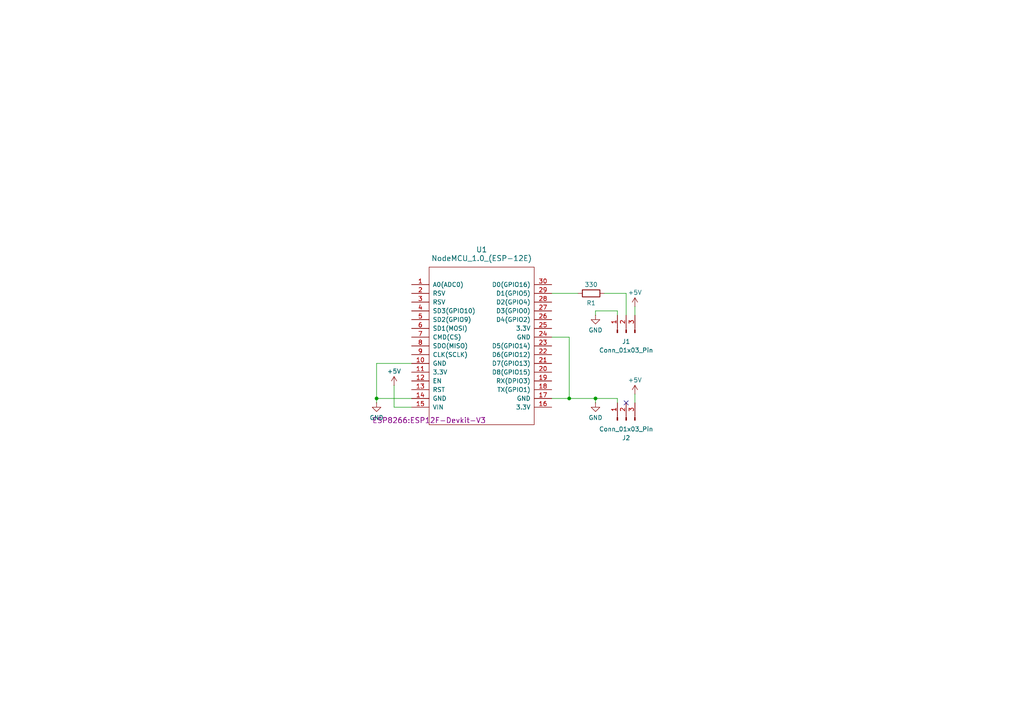
<source format=kicad_sch>
(kicad_sch (version 20231120) (generator "eeschema") (generator_version "8.0")
  (paper "A4")
  (lib_symbols
    (symbol "Connector:Conn_01x03_Pin" (pin_names (offset 1.016) hide)
      (property "Reference" "J" (at 0 5.08 0))
      (property "Value" "Conn_01x03_Pin" (at 0 -5.08 0))
      (symbol "Conn_01x03_Pin_1_1"
        (polyline (pts (xy 1.27 -2.54) (xy 0.8636 -2.54)) (stroke (width 0.1524)))
        (polyline (pts (xy 1.27 0) (xy 0.8636 0)) (stroke (width 0.1524)))
        (polyline (pts (xy 1.27 2.54) (xy 0.8636 2.54)) (stroke (width 0.1524)))
        (rectangle (start 0.8636 -2.413) (end 0 -2.667) (stroke (width 0.1524)) (fill (type outline)))
        (rectangle (start 0.8636 0.127) (end 0 -0.127) (stroke (width 0.1524)) (fill (type outline)))
        (rectangle (start 0.8636 2.667) (end 0 2.413) (stroke (width 0.1524)) (fill (type outline)))
        (pin passive line (at 5.08 2.54 180) (length 3.81) (name "Pin_1") (number "1"))
        (pin passive line (at 5.08 0 180) (length 3.81) (name "Pin_2") (number "2"))
        (pin passive line (at 5.08 -2.54 180) (length 3.81) (name "Pin_3") (number "3"))
      )
    )
    (symbol "Device:R" (pin_numbers hide) (pin_names (offset 0))
      (property "Reference" "R" (at 2.032 0 90))
      (property "Value" "R" (at 0 0 90))
      (symbol "R_0_1"
        (rectangle (start -1.016 -2.54) (end 1.016 2.54) (stroke (width 0.254)))
      )
      (symbol "R_1_1"
        (pin passive line (at 0 3.81 270) (length 1.27) (name "~") (number "1"))
        (pin passive line (at 0 -3.81 90) (length 1.27) (name "~") (number "2"))
      )
    )
    (symbol "ESP8266:NodeMCU_1.0_(ESP-12E)" (pin_names (offset 1.016))
      (property "Reference" "U" (at 0 21.59 0))
      (property "Value" "NodeMCU_1.0_(ESP-12E)" (at 0 -21.59 0))
      (symbol "NodeMCU_1.0_(ESP-12E)_0_1"
        (rectangle (start -15.24 -22.86) (end 15.24 22.86))
      )
      (symbol "NodeMCU_1.0_(ESP-12E)_1_1"
        (pin input line (at -20.32 17.78 0) (length 5.08) (name "A0(ADC0)") (number "1"))
        (pin input line (at -20.32 -5.08 0) (length 5.08) (name "GND") (number "10"))
        (pin power_out line (at -20.32 -7.62 0) (length 5.08) (name "3.3V") (number "11"))
        (pin input line (at -20.32 -10.16 0) (length 5.08) (name "EN") (number "12"))
        (pin input line (at -20.32 -12.7 0) (length 5.08) (name "RST") (number "13"))
        (pin power_in line (at -20.32 -15.24 0) (length 5.08) (name "GND") (number "14"))
        (pin power_in line (at -20.32 -17.78 0) (length 5.08) (name "VIN") (number "15"))
        (pin power_out line (at 20.32 -17.78 180) (length 5.08) (name "3.3V") (number "16"))
        (pin power_in line (at 20.32 -15.24 180) (length 5.08) (name "GND") (number "17"))
        (pin bidirectional line (at 20.32 -12.7 180) (length 5.08) (name "TX(GPIO1)") (number "18"))
        (pin bidirectional line (at 20.32 -10.16 180) (length 5.08) (name "RX(DPIO3)") (number "19"))
        (pin input line (at -20.32 15.24 0) (length 5.08) (name "RSV") (number "2"))
        (pin bidirectional line (at 20.32 -7.62 180) (length 5.08) (name "D8(GPIO15)") (number "20"))
        (pin bidirectional line (at 20.32 -5.08 180) (length 5.08) (name "D7(GPIO13)") (number "21"))
        (pin bidirectional line (at 20.32 -2.54 180) (length 5.08) (name "D6(GPIO12)") (number "22"))
        (pin bidirectional line (at 20.32 0 180) (length 5.08) (name "D5(GPIO14)") (number "23"))
        (pin power_in line (at 20.32 2.54 180) (length 5.08) (name "GND") (number "24"))
        (pin power_out line (at 20.32 5.08 180) (length 5.08) (name "3.3V") (number "25"))
        (pin bidirectional line (at 20.32 7.62 180) (length 5.08) (name "D4(GPIO2)") (number "26"))
        (pin bidirectional line (at 20.32 10.16 180) (length 5.08) (name "D3(GPIO0)") (number "27"))
        (pin bidirectional line (at 20.32 12.7 180) (length 5.08) (name "D2(GPIO4)") (number "28"))
        (pin bidirectional line (at 20.32 15.24 180) (length 5.08) (name "D1(GPIO5)") (number "29"))
        (pin input line (at -20.32 12.7 0) (length 5.08) (name "RSV") (number "3"))
        (pin bidirectional line (at 20.32 17.78 180) (length 5.08) (name "D0(GPIO16)") (number "30"))
        (pin bidirectional line (at -20.32 10.16 0) (length 5.08) (name "SD3(GPIO10)") (number "4"))
        (pin bidirectional line (at -20.32 7.62 0) (length 5.08) (name "SD2(GPIO9)") (number "5"))
        (pin bidirectional line (at -20.32 5.08 0) (length 5.08) (name "SD1(MOSI)") (number "6"))
        (pin bidirectional line (at -20.32 2.54 0) (length 5.08) (name "CMD(CS)") (number "7"))
        (pin bidirectional line (at -20.32 0 0) (length 5.08) (name "SDO(MISO)") (number "8"))
        (pin bidirectional line (at -20.32 -2.54 0) (length 5.08) (name "CLK(SCLK)") (number "9"))
      )
    )
    (symbol "power:+5V" (power) (pin_numbers hide) (pin_names (offset 0) hide)
      (property "Value" "+5V" (at 0 3.556 0))
      (symbol "+5V_0_1"
        (polyline (pts (xy -0.762 1.27) (xy 0 2.54)))
        (polyline (pts (xy 0 0) (xy 0 2.54)))
        (polyline (pts (xy 0 2.54) (xy 0.762 1.27)))
      )
      (symbol "+5V_1_1"
        (pin power_in line (at 0 0 90) (length 0) (name "~") (number "1"))
      )
    )
    (symbol "power:GND" (power) (pin_numbers hide) (pin_names (offset 0) hide)
      (property "Value" "GND" (at 0 -3.81 0))
      (symbol "GND_0_1"
        (polyline (pts (xy 0 0) (xy 0 -1.27) (xy 1.27 -1.27) (xy 0 -2.54) (xy -1.27 -1.27) (xy 0 -1.27)))
      )
      (symbol "GND_1_1"
        (pin power_in line (at 0 0 270) (length 0) (name "~") (number "1"))
      )
    )
  )
  (junction (at 172.72 115.57))
  (junction (at 165.1 115.57))
  (junction (at 109.22 115.57))
  (no_connect (at 181.61 116.84))
  (wire (pts (xy 179.07 90.17) (xy 179.07 91.44)))
  (wire (pts (xy 184.15 114.3) (xy 184.15 116.84)))
  (wire (pts (xy 109.22 116.84) (xy 109.22 115.57)))
  (wire (pts (xy 119.38 118.11) (xy 114.3 118.11)))
  (wire (pts (xy 172.72 115.57) (xy 172.72 116.84)))
  (wire (pts (xy 165.1 97.79) (xy 165.1 115.57)))
  (wire (pts (xy 175.26 85.09) (xy 181.61 85.09)))
  (wire (pts (xy 109.22 115.57) (xy 119.38 115.57)))
  (wire (pts (xy 119.38 105.41) (xy 109.22 105.41)))
  (wire (pts (xy 181.61 85.09) (xy 181.61 91.44)))
  (wire (pts (xy 184.15 88.9) (xy 184.15 91.44)))
  (wire (pts (xy 160.02 115.57) (xy 165.1 115.57)))
  (wire (pts (xy 114.3 118.11) (xy 114.3 111.76)))
  (wire (pts (xy 160.02 85.09) (xy 167.64 85.09)))
  (wire (pts (xy 172.72 115.57) (xy 179.07 115.57)))
  (wire (pts (xy 165.1 115.57) (xy 172.72 115.57)))
  (wire (pts (xy 172.72 91.44) (xy 172.72 90.17)))
  (wire (pts (xy 109.22 105.41) (xy 109.22 115.57)))
  (wire (pts (xy 160.02 97.79) (xy 165.1 97.79)))
  (wire (pts (xy 172.72 90.17) (xy 179.07 90.17)))
  (wire (pts (xy 179.07 115.57) (xy 179.07 116.84)))
  (symbol (lib_id "Device:R") (at 171.45 85.09 90) (unit 1)
    (property "Reference" "R1" (at 171.45 87.884 90))
    (property "Value" "330" (at 171.45 82.55 90))
    (property "Footprint" "Resistor_THT:R_Axial_DIN0207_L6.3mm_D2.5mm_P7.62mm_Horizontal" (effects (hide yes)))
    (property "Description" "Resistor" (effects (hide yes)))
  )
  (symbol (lib_id "power:GND") (at 172.72 116.84 0) (unit 1)
    (property "Reference" "#PWR02" (effects (hide yes)))
    (property "Value" "GND" (at 172.72 121.158 0))
    (property "Description" "Power symbol creates a global label with name \"GND\" , ground" (effects (hide yes)))
  )
  (symbol (lib_id "Connector:Conn_01x03_Pin") (at 181.61 96.52 90) (unit 1)
    (property "Reference" "J1" (at 181.61 99.06 90))
    (property "Value" "Conn_01x03_Pin" (at 181.61 101.6 90))
    (property "Footprint" "Connector_Phoenix_MSTB:PhoenixContact_MSTBVA_2,5_3-G-5,08_1x03_P5.08mm_Vertical" (effects (hide yes)))
    (property "Description" "Generic connector, single row, 01x03, script generated" (effects (hide yes)))
  )
  (symbol (lib_id "power:+5V") (at 184.15 88.9 0) (unit 1)
    (property "Reference" "#PWR05" (effects (hide yes)))
    (property "Value" "+5V" (at 184.15 84.836 0))
    (property "Description" "Power symbol creates a global label with name \"+5V\"" (effects (hide yes)))
  )
  (symbol (lib_id "ESP8266:NodeMCU_1.0_(ESP-12E)") (at 139.7 100.33 0) (unit 1)
    (property "Reference" "U1" (at 139.7 72.39 0) (effects (font (size 1.524 1.524))))
    (property "Value" "NodeMCU_1.0_(ESP-12E)" (at 139.7 74.93 0) (effects (font (size 1.524 1.524))))
    (property "Footprint" "ESP8266:ESP12F-Devkit-V3" (at 124.46 121.92 0) (effects (font (size 1.524 1.524))))
  )
  (symbol (lib_id "power:GND") (at 109.22 116.84 0) (unit 1)
    (property "Reference" "#PWR03" (effects (hide yes)))
    (property "Value" "GND" (at 109.22 121.158 0))
    (property "Description" "Power symbol creates a global label with name \"GND\" , ground" (effects (hide yes)))
  )
  (symbol (lib_id "Connector:Conn_01x03_Pin") (at 181.61 121.92 90) (unit 1)
    (property "Reference" "J2" (at 181.61 127 90))
    (property "Value" "Conn_01x03_Pin" (at 181.61 124.46 90))
    (property "Footprint" "Connector_Phoenix_MSTB:PhoenixContact_MSTBVA_2,5_3-G-5,08_1x03_P5.08mm_Vertical" (effects (hide yes)))
    (property "Description" "Generic connector, single row, 01x03, script generated" (effects (hide yes)))
  )
  (symbol (lib_id "power:+5V") (at 184.15 114.3 0) (unit 1)
    (property "Reference" "#PWR06" (effects (hide yes)))
    (property "Value" "+5V" (at 184.15 110.236 0))
    (property "Description" "Power symbol creates a global label with name \"+5V\"" (effects (hide yes)))
  )
  (symbol (lib_id "power:GND") (at 172.72 91.44 0) (unit 1)
    (property "Reference" "#PWR01" (effects (hide yes)))
    (property "Value" "GND" (at 172.72 95.758 0))
    (property "Description" "Power symbol creates a global label with name \"GND\" , ground" (effects (hide yes)))
  )
  (symbol (lib_id "power:+5V") (at 114.3 111.76 0) (unit 1)
    (property "Reference" "#PWR04" (effects (hide yes)))
    (property "Value" "+5V" (at 114.3 107.696 0))
    (property "Description" "Power symbol creates a global label with name \"+5V\"" (effects (hide yes)))
  )
)
</source>
